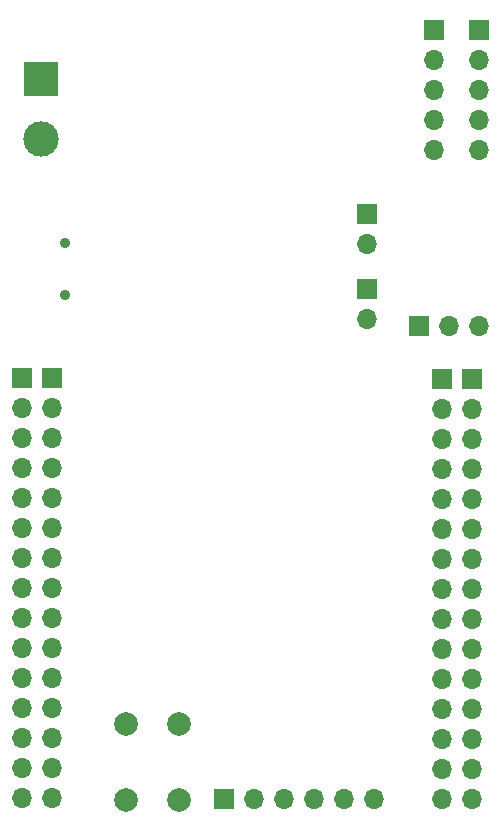
<source format=gbr>
%TF.GenerationSoftware,KiCad,Pcbnew,5.1.7-a382d34a8~87~ubuntu18.04.1*%
%TF.CreationDate,2020-10-15T21:21:34+02:00*%
%TF.ProjectId,veriController,76657269-436f-46e7-9472-6f6c6c65722e,rev?*%
%TF.SameCoordinates,Original*%
%TF.FileFunction,Soldermask,Bot*%
%TF.FilePolarity,Negative*%
%FSLAX46Y46*%
G04 Gerber Fmt 4.6, Leading zero omitted, Abs format (unit mm)*
G04 Created by KiCad (PCBNEW 5.1.7-a382d34a8~87~ubuntu18.04.1) date 2020-10-15 21:21:34*
%MOMM*%
%LPD*%
G01*
G04 APERTURE LIST*
%ADD10R,1.700000X1.700000*%
%ADD11O,1.700000X1.700000*%
%ADD12R,3.000000X3.000000*%
%ADD13C,3.000000*%
%ADD14C,2.000000*%
%ADD15C,0.900000*%
G04 APERTURE END LIST*
D10*
%TO.C,J2*%
X46355000Y-91995001D03*
D11*
X46355000Y-94535001D03*
X46355000Y-97075001D03*
X46355000Y-99615001D03*
X46355000Y-102155001D03*
X46355000Y-104695001D03*
X46355000Y-107235001D03*
X46355000Y-109775001D03*
X46355000Y-112315001D03*
X46355000Y-114855001D03*
X46355000Y-117395001D03*
X46355000Y-119935001D03*
X46355000Y-122475001D03*
X46355000Y-125015001D03*
X46355000Y-127555001D03*
%TD*%
%TO.C,J4*%
X48895000Y-127555001D03*
X48895000Y-125015001D03*
X48895000Y-122475001D03*
X48895000Y-119935001D03*
X48895000Y-117395001D03*
X48895000Y-114855001D03*
X48895000Y-112315001D03*
X48895000Y-109775001D03*
X48895000Y-107235001D03*
X48895000Y-104695001D03*
X48895000Y-102155001D03*
X48895000Y-99615001D03*
X48895000Y-97075001D03*
X48895000Y-94535001D03*
D10*
X48895000Y-91995001D03*
%TD*%
D11*
%TO.C,J5*%
X81915000Y-127635000D03*
X81915000Y-125095000D03*
X81915000Y-122555000D03*
X81915000Y-120015000D03*
X81915000Y-117475000D03*
X81915000Y-114935000D03*
X81915000Y-112395000D03*
X81915000Y-109855000D03*
X81915000Y-107315000D03*
X81915000Y-104775000D03*
X81915000Y-102235000D03*
X81915000Y-99695000D03*
X81915000Y-97155000D03*
X81915000Y-94615000D03*
D10*
X81915000Y-92075000D03*
%TD*%
%TO.C,J3*%
X84455000Y-92075000D03*
D11*
X84455000Y-94615000D03*
X84455000Y-97155000D03*
X84455000Y-99695000D03*
X84455000Y-102235000D03*
X84455000Y-104775000D03*
X84455000Y-107315000D03*
X84455000Y-109855000D03*
X84455000Y-112395000D03*
X84455000Y-114935000D03*
X84455000Y-117475000D03*
X84455000Y-120015000D03*
X84455000Y-122555000D03*
X84455000Y-125095000D03*
X84455000Y-127635000D03*
%TD*%
D10*
%TO.C,J1*%
X63500000Y-127635000D03*
D11*
X66040000Y-127635000D03*
X68580000Y-127635000D03*
X71120000Y-127635000D03*
X73660000Y-127635000D03*
X76200000Y-127635000D03*
%TD*%
D12*
%TO.C,J6*%
X48006000Y-66675000D03*
D13*
X48006000Y-71755000D03*
%TD*%
D10*
%TO.C,J7*%
X81200001Y-62570001D03*
D11*
X81200001Y-65110001D03*
X81200001Y-67650001D03*
X81200001Y-70190001D03*
X81200001Y-72730001D03*
%TD*%
%TO.C,J8*%
X85090000Y-72730001D03*
X85090000Y-70190001D03*
X85090000Y-67650001D03*
X85090000Y-65110001D03*
D10*
X85090000Y-62570001D03*
%TD*%
%TO.C,JP2*%
X75565000Y-84455000D03*
D11*
X75565000Y-86995000D03*
%TD*%
%TO.C,JP3*%
X75565000Y-80645000D03*
D10*
X75565000Y-78105000D03*
%TD*%
D14*
%TO.C,SW1*%
X55190000Y-121285000D03*
X59690000Y-121285000D03*
X55190000Y-127785000D03*
X59690000Y-127785000D03*
%TD*%
D10*
%TO.C,JP1*%
X80010000Y-87630000D03*
D11*
X82550000Y-87630000D03*
X85090000Y-87630000D03*
%TD*%
D15*
%TO.C,J9*%
X50038000Y-80604000D03*
X50038000Y-85004000D03*
%TD*%
M02*

</source>
